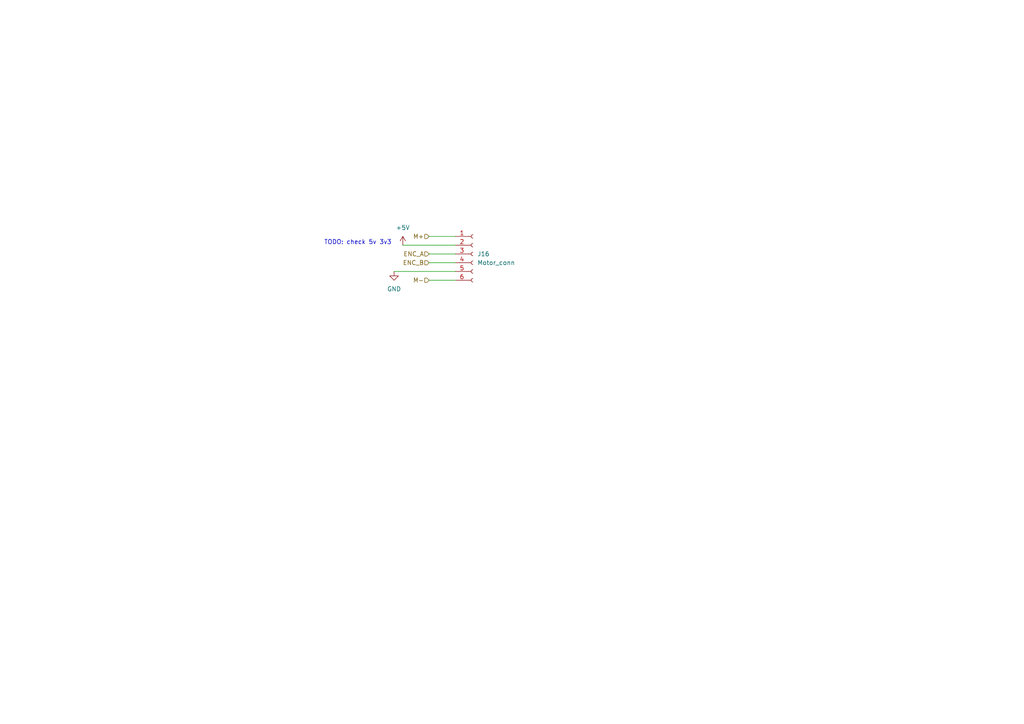
<source format=kicad_sch>
(kicad_sch (version 20230121) (generator eeschema)
  (paper "A4")
  (lib_symbols
    (symbol "Connector:Conn_01x06_Socket" (pin_names (offset 1.016) hide)
      (property "Reference" "J" (at 0 7.62 0))
      (property "Value" "Conn_01x06_Socket" (at 0 -10.16 0))
      (symbol "Conn_01x06_Socket_1_1"
        (arc (start 0 -7.112) (mid -0.5058 -7.62) (end 0 -8.128) (stroke (width 0.1524)))
        (arc (start 0 -4.572) (mid -0.5058 -5.08) (end 0 -5.588) (stroke (width 0.1524)))
        (arc (start 0 -2.032) (mid -0.5058 -2.54) (end 0 -3.048) (stroke (width 0.1524)))
        (polyline (pts (xy -1.27 -7.62) (xy -0.508 -7.62)) (stroke (width 0.1524)))
        (polyline (pts (xy -1.27 -5.08) (xy -0.508 -5.08)) (stroke (width 0.1524)))
        (polyline (pts (xy -1.27 -2.54) (xy -0.508 -2.54)) (stroke (width 0.1524)))
        (polyline (pts (xy -1.27 0) (xy -0.508 0)) (stroke (width 0.1524)))
        (polyline (pts (xy -1.27 2.54) (xy -0.508 2.54)) (stroke (width 0.1524)))
        (polyline (pts (xy -1.27 5.08) (xy -0.508 5.08)) (stroke (width 0.1524)))
        (arc (start 0 0.508) (mid -0.5058 0) (end 0 -0.508) (stroke (width 0.1524)))
        (arc (start 0 3.048) (mid -0.5058 2.54) (end 0 2.032) (stroke (width 0.1524)))
        (arc (start 0 5.588) (mid -0.5058 5.08) (end 0 4.572) (stroke (width 0.1524)))
        (pin passive line (at -5.08 5.08 0) (length 3.81) (name "Pin_1") (number "1"))
        (pin passive line (at -5.08 2.54 0) (length 3.81) (name "Pin_2") (number "2"))
        (pin passive line (at -5.08 0 0) (length 3.81) (name "Pin_3") (number "3"))
        (pin passive line (at -5.08 -2.54 0) (length 3.81) (name "Pin_4") (number "4"))
        (pin passive line (at -5.08 -5.08 0) (length 3.81) (name "Pin_5") (number "5"))
        (pin passive line (at -5.08 -7.62 0) (length 3.81) (name "Pin_6") (number "6"))
      )
    )
    (symbol "power:+5V" (power) (pin_names (offset 0))
      (property "Value" "+5V" (at 0 3.556 0))
      (symbol "+5V_0_1"
        (polyline (pts (xy -0.762 1.27) (xy 0 2.54)))
        (polyline (pts (xy 0 0) (xy 0 2.54)))
        (polyline (pts (xy 0 2.54) (xy 0.762 1.27)))
      )
      (symbol "+5V_1_1"
        (pin power_in line (at 0 0 90) (length 0) hide (name "+5V") (number "1"))
      )
    )
    (symbol "power:GND" (power) (pin_names (offset 0))
      (property "Value" "GND" (at 0 -3.81 0))
      (symbol "GND_0_1"
        (polyline (pts (xy 0 0) (xy 0 -1.27) (xy 1.27 -1.27) (xy 0 -2.54) (xy -1.27 -1.27) (xy 0 -1.27)))
      )
      (symbol "GND_1_1"
        (pin power_in line (at 0 0 270) (length 0) hide (name "GND") (number "1"))
      )
    )
  )
  (wire (pts (xy 124.46 76.2) (xy 132.08 76.2)))
  (wire (pts (xy 124.46 68.58) (xy 132.08 68.58)))
  (wire (pts (xy 114.3 78.74) (xy 132.08 78.74)))
  (wire (pts (xy 124.46 81.28) (xy 132.08 81.28)))
  (wire (pts (xy 116.84 71.12) (xy 132.08 71.12)))
  (wire (pts (xy 124.46 73.66) (xy 132.08 73.66)))
  (text "TODO: check 5v 3v3" (at 93.98 71.12 0) (effects (font (size 1.27 1.27)) (justify left bottom)))
  (hierarchical_label "M+" (shape input) (at 124.46 68.58 180))
  (hierarchical_label "ENC_A" (shape input) (at 124.46 73.66 180))
  (hierarchical_label "ENC_B" (shape input) (at 124.46 76.2 180))
  (hierarchical_label "M-" (shape input) (at 124.46 81.28 180))
  (symbol (lib_id "power:+5V") (at 116.84 71.12 0) (unit 1)
    (property "Reference" "#PWR033" (effects hide))
    (property "Value" "+5V" (at 116.84 66.04 0))
    (instances (project "mirte-master" (path "" (reference "#PWR033") (unit 1)) (path "" (reference "#PWR065") (unit 1)) (path "" (reference "#PWR067") (unit 1)) (path "" (reference "#PWR069") (unit 1))))
  )
  (symbol (lib_id "Connector:Conn_01x06_Socket") (at 137.16 73.66 0) (unit 1)
    (property "Reference" "J16" (at 138.43 73.66 0) (effects (justify left)))
    (property "Value" "Motor_conn" (at 138.43 76.2 0) (effects (justify left)))
    (property "Footprint" "Connector_JST:JST_PH_B6B-PH-K_1x06_P2.00mm_Vertical" (effects hide))
    (instances (project "mirte-master" (path "" (reference "J16") (unit 1)) (path "" (reference "J26") (unit 1)) (path "" (reference "J29") (unit 1)) (path "" (reference "J32") (unit 1)) (path "" (reference "J34") (unit 1))))
  )
  (symbol (lib_id "power:GND") (at 114.3 78.74 0) (unit 1)
    (property "Reference" "#PWR035" (effects hide))
    (property "Value" "GND" (at 114.3 83.82 0))
    (instances (project "mirte-master" (path "" (reference "#PWR035") (unit 1)) (path "" (reference "#PWR064") (unit 1)) (path "" (reference "#PWR066") (unit 1)) (path "" (reference "#PWR068") (unit 1))))
  )
)
</source>
